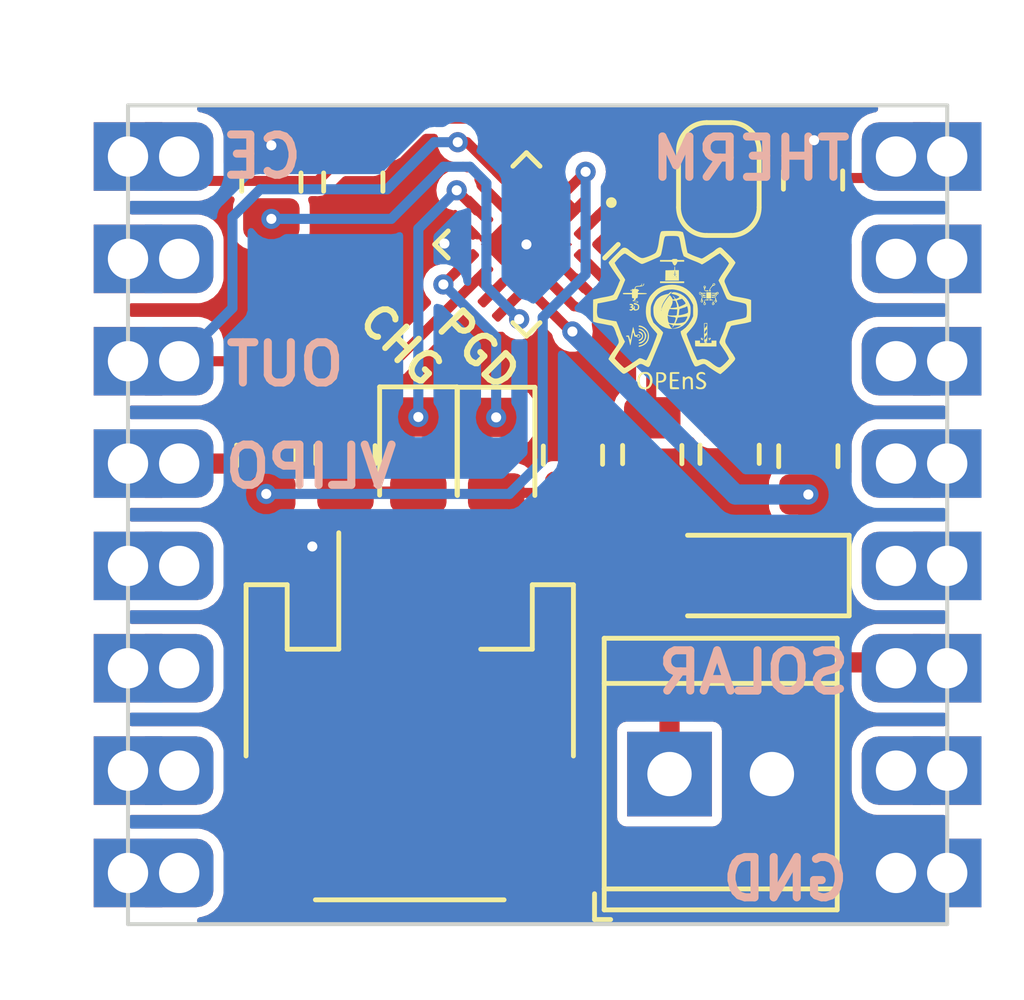
<source format=kicad_pcb>
(kicad_pcb (version 20221018) (generator pcbnew)
  (layers (0 "F.Cu" signal) (31 "B.Cu" signal) (34 "B.Paste" user) (35 "F.Paste" user) (36 "B.SilkS" user "B.Silkscreen") (37 "F.SilkS" user "F.Silkscreen") (38 "B.Mask" user) (39 "F.Mask" user) (44 "Edge.Cuts" user))
  (net 0 "")
  (net 1 "VBUS")
  (net 2 "GND")
  (net 3 "VLIPO")
  (net 4 "/SOLAR+")
  (net 5 "Net-(D2-K)")
  (net 6 "Net-(D2-A)")
  (net 7 "Net-(D3-K)")
  (net 8 "Net-(D3-A)")
  (net 9 "/THERM")
  (net 10 "BQ_OUT")
  (net 11 "/CE")
  (net 12 "Net-(JP1-B)")
  (net 13 "Net-(U1-ITERM)")
  (net 14 "Net-(U1-ILIM)")
  (net 15 "Net-(U1-ISET)")
  (footprint "KiCad Footprints:PCBWay_CastellatedHole" (layer "F.Cu") (at 139.7 68.58 -90)
    (fp_text reference "REF**" hide)
    (fp_text value "PCBWay_CastellatedHole" hide)
    (pad "1" thru_hole rect (at 0 0 270) (size 1.7 1.7) (drill 1) (layers "*.Cu" "*.Mask"))
    (pad "1" thru_hole roundrect (at 0 1.27 270) (size 1.7 1.7) (drill 1) (layers "*.Cu" "*.Mask") (chamfer_ratio 0) (chamfer top_left top_right))
  )
  (footprint "KiCad Footprints:PCBWay_CastellatedHole" (layer "F.Cu") (at 139.7 76.2 -90)
    (fp_text reference "REF**" hide)
    (fp_text value "PCBWay_CastellatedHole" hide)
    (pad "1" thru_hole rect (at 0 0 270) (size 1.7 1.7) (drill 1) (layers "*.Cu" "*.Mask"))
    (pad "1" thru_hole roundrect (at 0 1.27 270) (size 1.7 1.7) (drill 1) (layers "*.Cu" "*.Mask") (chamfer_ratio 0) (chamfer top_left top_right))
  )
  (footprint "KiCad Footprints:PCBWay_CastellatedHole" (layer "F.Cu") (at 119.38 78.74 90)
    (fp_text reference "REF**" hide)
    (fp_text value "PCBWay_CastellatedHole" hide)
    (pad "1" thru_hole rect (at 0 0 90) (size 1.7 1.7) (drill 1) (layers "*.Cu" "*.Mask"))
    (pad "1" thru_hole roundrect (at 0 1.27 90) (size 1.7 1.7) (drill 1) (layers "*.Cu" "*.Mask") (chamfer_ratio 0) (chamfer top_left top_right))
  )
  (footprint "KiCad Footprints:PCBWay_CastellatedHole" (layer "F.Cu") (at 119.38 76.2 90)
    (fp_text reference "REF**" hide)
    (fp_text value "PCBWay_CastellatedHole" hide)
    (pad "1" thru_hole rect (at 0 0 90) (size 1.7 1.7) (drill 1) (layers "*.Cu" "*.Mask"))
    (pad "1" thru_hole roundrect (at 0 1.27 90) (size 1.7 1.7) (drill 1) (layers "*.Cu" "*.Mask") (chamfer_ratio 0) (chamfer top_left top_right))
  )
  (footprint "Capacitor_SMD:C_0805_2012Metric" (layer "F.Cu") (at 122.809065 68.383653 90)
    (fp_text reference "C2" hide)
    (fp_text value "10uF")
    (pad "1" smd roundrect (at -0.95 0 90) (size 1 1.45) (layers "F.Cu" "F.Paste" "F.Mask") (net 3 "VLIPO"))
    (pad "2" smd roundrect (at 0.95 0 90) (size 1 1.45) (layers "F.Cu" "F.Paste" "F.Mask") (net 2 "GND"))
  )
  (footprint "KiCad Footprints:PCBWay_CastellatedHole" (layer "F.Cu") (at 139.7 78.74 -90)
    (fp_text reference "J6" hide)
    (fp_text value "GND")
    (pad "1" thru_hole rect (at 0 0 270) (size 1.7 1.7) (drill 1) (layers "*.Cu" "*.Mask") (net 2 "GND"))
    (pad "1" thru_hole roundrect (at 0 1.27 270) (size 1.7 1.7) (drill 1) (layers "*.Cu" "*.Mask") (chamfer_ratio 0) (chamfer top_left top_right) (net 2 "GND"))
  )
  (footprint "KiCad Footprints:PCBWay_CastellatedHole" (layer "F.Cu") (at 119.38 73.66 90)
    (fp_text reference "REF**" hide)
    (fp_text value "PCBWay_CastellatedHole" hide)
    (pad "1" thru_hole rect (at 0 0 90) (size 1.7 1.7) (drill 1) (layers "*.Cu" "*.Mask"))
    (pad "1" thru_hole roundrect (at 0 1.27 90) (size 1.7 1.7) (drill 1) (layers "*.Cu" "*.Mask") (chamfer_ratio 0) (chamfer top_left top_right))
  )
  (footprint "Connector_JST:JST_PH_S2B-PH-SM4-TB_1x02-1MP_P2.00mm_Horizontal" (layer "F.Cu") (at 126.368723 74.896633)
    (fp_text reference "J2" hide)
    (fp_text value "LIPO")
    (pad "1" smd roundrect (at -1 -2.85) (size 1 3.5) (layers "F.Cu" "F.Paste" "F.Mask") (net 3 "VLIPO"))
    (pad "2" smd roundrect (at 1 -2.85) (size 1 3.5) (layers "F.Cu" "F.Paste" "F.Mask") (net 2 "GND"))
    (pad "MP" smd roundrect (at -3.35 2.9) (size 1.5 3.4) (layers "F.Cu" "F.Paste" "F.Mask") (roundrect_rratio 0.1666673333))
    (pad "MP" smd roundrect (at 3.35 2.9) (size 1.5 3.4) (layers "F.Cu" "F.Paste" "F.Mask") (roundrect_rratio 0.1666673333))
  )
  (footprint "KiCad Footprints:PCBWay_CastellatedHole" (layer "F.Cu") (at 119.38 66.04 90)
    (fp_text reference "J7" hide)
    (fp_text value "BQ_OUT")
    (pad "1" thru_hole rect (at 0 0 90) (size 1.7 1.7) (drill 1) (layers "*.Cu" "*.Mask") (net 10 "BQ_OUT"))
    (pad "1" thru_hole roundrect (at 0 1.27 90) (size 1.7 1.7) (drill 1) (layers "*.Cu" "*.Mask") (chamfer_ratio 0) (chamfer top_left top_right) (net 10 "BQ_OUT"))
  )
  (footprint "Resistor_SMD:R_0805_2012Metric" (layer "F.Cu") (at 132.383939 68.356856 90)
    (fp_text reference "R4" hide)
    (fp_text value "10k")
    (pad "1" smd roundrect (at -0.9125 0 90) (size 1.025 1.4) (layers "F.Cu" "F.Paste" "F.Mask") (roundrect_rratio 0.243902439) (net 2 "GND"))
    (pad "2" smd roundrect (at 0.9125 0 90) (size 1.025 1.4) (layers "F.Cu" "F.Paste" "F.Mask") (roundrect_rratio 0.243902439) (net 13 "Net-(U1-ITERM)"))
  )
  (footprint "LED_SMD:LED_0805_2012Metric" (layer "F.Cu") (at 126.581534 68.362029 -90)
    (fp_text reference "D3" hide)
    (fp_text value "GREEN")
    (pad "1" smd roundrect (at -0.9375 0 270) (size 0.975 1.4) (layers "F.Cu" "F.Paste" "F.Mask") (net 7 "Net-(D3-K)"))
    (pad "2" smd roundrect (at 0.9375 0 270) (size 0.975 1.4) (layers "F.Cu" "F.Paste" "F.Mask") (net 8 "Net-(D3-A)"))
  )
  (footprint "KiCad Footprints:PCBWay_CastellatedHole" (layer "F.Cu") (at 139.7 66.04 -90)
    (fp_text reference "REF**" hide)
    (fp_text value "PCBWay_CastellatedHole" hide)
    (pad "1" thru_hole rect (at 0 0 270) (size 1.7 1.7) (drill 1) (layers "*.Cu" "*.Mask"))
    (pad "1" thru_hole roundrect (at 0 1.27 270) (size 1.7 1.7) (drill 1) (layers "*.Cu" "*.Mask") (chamfer_ratio 0) (chamfer top_left top_right))
  )
  (footprint "TerminalBlock_TE-Connectivity:TerminalBlock_TE_282834-2_1x02_P2.54mm_Horizontal" (layer "F.Cu") (at 132.81197 76.285747)
    (fp_text reference "J1" hide)
    (fp_text value "SOLAR")
    (pad "1" thru_hole rect (at 0 0) (size 2.1 2.1) (drill 1.1) (layers "*.Cu" "*.Mask") (net 4 "/SOLAR+"))
    (pad "2" thru_hole circle (at 2.54 0) (size 2.1 2.1) (drill 1.1) (layers "*.Cu" "*.Mask") (net 2 "GND"))
  )
  (footprint "Resistor_SMD:R_0805_2012Metric" (layer "F.Cu") (at 134.302159 68.350351 -90)
    (fp_text reference "R8" hide)
    (fp_text value "1k")
    (pad "1" smd roundrect (at -0.9125 0 270) (size 1.025 1.4) (layers "F.Cu" "F.Paste" "F.Mask") (roundrect_rratio 0.243902439) (net 15 "Net-(U1-ISET)"))
    (pad "2" smd roundrect (at 0.9125 0 270) (size 1.025 1.4) (layers "F.Cu" "F.Paste" "F.Mask") (roundrect_rratio 0.243902439) (net 2 "GND"))
  )
  (footprint "KiCad Footprints:PCBWay_CastellatedHole" (layer "F.Cu") (at 139.7 71.12 -90)
    (fp_text reference "REF**" hide)
    (fp_text value "PCBWay_CastellatedHole" hide)
    (pad "1" thru_hole rect (at 0 0 270) (size 1.7 1.7) (drill 1) (layers "*.Cu" "*.Mask"))
    (pad "1" thru_hole roundrect (at 0 1.27 270) (size 1.7 1.7) (drill 1) (layers "*.Cu" "*.Mask") (chamfer_ratio 0) (chamfer top_left top_right))
  )
  (footprint "Resistor_SMD:R_0805_2012Metric" (layer "F.Cu") (at 124.774476 68.362029 -90)
    (fp_text reference "R3" hide)
    (fp_text value "10k")
    (pad "1" smd roundrect (at -0.9125 0 270) (size 1.025 1.4) (layers "F.Cu" "F.Paste" "F.Mask") (roundrect_rratio 0.243902439) (net 2 "GND"))
    (pad "2" smd roundrect (at 0.9125 0 270) (size 1.025 1.4) (layers "F.Cu" "F.Paste" "F.Mask") (roundrect_rratio 0.243902439) (net 8 "Net-(D3-A)"))
  )
  (footprint "Resistor_SMD:R_0805_2012Metric" (layer "F.Cu") (at 130.416986 68.371153 -90)
    (fp_text reference "R2" hide)
    (fp_text value "10k")
    (pad "1" smd roundrect (at -0.9125 0 270) (size 1.025 1.4) (layers "F.Cu" "F.Paste" "F.Mask") (roundrect_rratio 0.243902439) (net 2 "GND"))
    (pad "2" smd roundrect (at 0.9125 0 270) (size 1.025 1.4) (layers "F.Cu" "F.Paste" "F.Mask") (roundrect_rratio 0.243902439) (net 6 "Net-(D2-A)"))
  )
  (footprint "KiCad Footprints:opens_logo_4mm" (layer "F.Cu") (at 132.871578 64.770642)
    (fp_text reference "G***" hide)
    (fp_text value "LOGO" hide)
  )
  (footprint "KiCad Footprints:PCBWay_CastellatedHole" (layer "F.Cu") (at 119.38 60.96 90)
    (fp_text reference "J14" hide)
    (fp_text value "CE")
    (pad "1" thru_hole rect (at 0 0 90) (size 1.7 1.7) (drill 1) (layers "*.Cu" "*.Mask") (net 11 "/CE"))
    (pad "1" thru_hole roundrect (at 0 1.27 90) (size 1.7 1.7) (drill 1) (layers "*.Cu" "*.Mask") (chamfer_ratio 0) (chamfer top_left top_right) (net 11 "/CE"))
  )
  (footprint "Capacitor_SMD:C_0805_2012Metric" (layer "F.Cu") (at 136.255278 68.397487 90)
    (fp_text reference "C1" hide)
    (fp_text value "10uF")
    (pad "1" smd roundrect (at -0.95 0 90) (size 1 1.45) (layers "F.Cu" "F.Paste" "F.Mask") (net 1 "VBUS"))
    (pad "2" smd roundrect (at 0.95 0 90) (size 1 1.45) (layers "F.Cu" "F.Paste" "F.Mask") (net 2 "GND"))
  )
  (footprint "LED_SMD:LED_0805_2012Metric" (layer "F.Cu") (at 128.511986 68.371153 -90)
    (fp_text reference "D2" hide)
    (fp_text value "RED")
    (pad "1" smd roundrect (at -0.9375 0 270) (size 0.975 1.4) (layers "F.Cu" "F.Paste" "F.Mask") (net 5 "Net-(D2-K)"))
    (pad "2" smd roundrect (at 0.9375 0 270) (size 0.975 1.4) (layers "F.Cu" "F.Paste" "F.Mask") (net 6 "Net-(D2-A)"))
  )
  (footprint "Diode_SMD:D_SOD-123" (layer "F.Cu") (at 134.909234 71.358777 180)
    (fp_text reference "D1" hide)
    (fp_text value "D_Small")
    (pad "1" smd roundrect (at -1.65 0 180) (size 0.9 1.2) (layers "F.Cu" "F.Paste" "F.Mask") (net 1 "VBUS"))
    (pad "2" smd roundrect (at 1.65 0 180) (size 0.9 1.2) (layers "F.Cu" "F.Paste" "F.Mask") (net 4 "/SOLAR+"))
  )
  (footprint "Package_DFN_QFN:VQFN-16-1EP_3x3mm_P0.5mm_EP1.6x1.6mm" (layer "F.Cu") (at 129.263204 63.141796 -135)
    (fp_text reference "U1" hide)
    (fp_text value "BQ24074RGT")
    (pad "1" smd roundrect (at -1.4375 -0.75 225) (size 0.875 0.25) (layers "F.Cu" "F.Paste" "F.Mask") (net 9 "/THERM"))
    (pad "2" smd roundrect (at -1.4375 -0.25 225) (size 0.875 0.25) (layers "F.Cu" "F.Paste" "F.Mask") (net 3 "VLIPO"))
    (pad "3" smd roundrect (at -1.4375 0.25 225) (size 0.875 0.25) (layers "F.Cu" "F.Paste" "F.Mask") (net 3 "VLIPO"))
    (pad "4" smd roundrect (at -1.4375 0.75 225) (size 0.875 0.25) (layers "F.Cu" "F.Paste" "F.Mask") (net 11 "/CE"))
    (pad "5" smd roundrect (at -0.75 1.4375 225) (size 0.25 0.875) (layers "F.Cu" "F.Paste" "F.Mask") (net 10 "BQ_OUT"))
    (pad "6" smd roundrect (at -0.25 1.4375 225) (size 0.25 0.875) (layers "F.Cu" "F.Paste" "F.Mask") (net 2 "GND"))
    (pad "7" smd roundrect (at 0.25 1.4375 225) (size 0.25 0.875) (layers "F.Cu" "F.Paste" "F.Mask") (net 7 "Net-(D3-K)"))
    (pad "8" smd roundrect (at 0.75 1.4375 225) (size 0.25 0.875) (layers "F.Cu" "F.Paste" "F.Mask") (net 2 "GND"))
    (pad "9" smd roundrect (at 1.4375 0.75 225) (size 0.875 0.25) (layers "F.Cu" "F.Paste" "F.Mask") (net 5 "Net-(D2-K)"))
    (pad "10" smd roundrect (at 1.4375 0.25 225) (size 0.875 0.25) (layers "F.Cu" "F.Paste" "F.Mask") (net 10 "BQ_OUT"))
    (pad "11" smd roundrect (at 1.4375 -0.25 225) (size 0.875 0.25) (layers "F.Cu" "F.Paste" "F.Mask") (net 10 "BQ_OUT"))
    (pad "12" smd roundrect (at 1.4375 -0.75 225) (size 0.875 0.25) (layers "F.Cu" "F.Paste" "F.Mask") (net 14 "Net-(U1-ILIM)"))
    (pad "13" smd roundrect (at 0.75 -1.4375 225) (size 0.25 0.875) (layers "F.Cu" "F.Paste" "F.Mask") (net 1 "VBUS"))
    (pad "14" smd roundrect (at 0.25 -1.4375 225) (size 0.25 0.875) (layers "F.Cu" "F.Paste" "F.Mask") (net 2 "GND"))
    (pad "15" smd roundrect (at -0.25 -1.4375 225) (size 0.25 0.875) (layers "F.Cu" "F.Paste" "F.Mask") (net 13 "Net-(U1-ITERM)"))
    (pad "16" smd roundrect (at -0.75 -1.4375 225) (size 0.25 0.875) (layers "F.Cu" "F.Paste" "F.Mask") (net 15 "Net-(U1-ISET)"))
    (pad "17" smd rect (at 0 0 225) (size 1.6 1.6) (layers "F.Cu" "F.Mask") (net 2 "GND"))
  )
  (footprint "KiCad Footprints:PCBWay_CastellatedHole" (layer "F.Cu") (at 139.7 73.66 -90)
    (fp_text reference "J3" hide)
    (fp_text value "SOLAR+")
    (pad "1" thru_hole rect (at 0 0 270) (size 1.7 1.7) (drill 1) (layers "*.Cu" "*.Mask") (net 4 "/SOLAR+"))
    (pad "1" thru_hole roundrect (at 0 1.27 270) (size 1.7 1.7) (drill 1) (layers "*.Cu" "*.Mask") (chamfer_ratio 0) (chamfer top_left top_right) (net 4 "/SOLAR+"))
  )
  (footprint "KiCad Footprints:PCBWay_CastellatedHole" (layer "F.Cu") (at 119.38 63.5 90)
    (fp_text reference "REF**" hide)
    (fp_text value "PCBWay_CastellatedHole" hide)
    (pad "1" thru_hole rect (at 0 0 90) (size 1.7 1.7) (drill 1) (layers "*.Cu" "*.Mask"))
    (pad "1" thru_hole roundrect (at 0 1.27 90) (size 1.7 1.7) (drill 1) (layers "*.Cu" "*.Mask") (chamfer_ratio 0) (chamfer top_left top_right))
  )
  (footprint "KiCad Footprints:PCBWay_CastellatedHole" (layer "F.Cu") (at 139.7 63.5 -90)
    (fp_text reference "REF**" hide)
    (fp_text value "PCBWay_CastellatedHole" hide)
    (pad "1" thru_hole rect (at 0 0 270) (size 1.7 1.7) (drill 1) (layers "*.Cu" "*.Mask"))
    (pad "1" thru_hole roundrect (at 0 1.27 270) (size 1.7 1.7) (drill 1) (layers "*.Cu" "*.Mask") (chamfer_ratio 0) (chamfer top_left top_right))
  )
  (footprint "KiCad Footprints:PCBWay_CastellatedHole" (layer "F.Cu") (at 119.38 68.58 90)
    (fp_text reference "J4" hide)
    (fp_text value "LIPO+")
    (pad "1" thru_hole rect (at 0 0 90) (size 1.7 1.7) (drill 1) (layers "*.Cu" "*.Mask") (net 3 "VLIPO"))
    (pad "1" thru_hole roundrect (at 0 1.27 90) (size 1.7 1.7) (drill 1) (layers "*.Cu" "*.Mask") (chamfer_ratio 0) (chamfer top_left top_right) (net 3 "VLIPO"))
  )
  (footprint "Jumper:SolderJumper-2_P1.3mm_Bridged_RoundedPad1.0x1.5mm" (layer "F.Cu") (at 134.0358 61.5188 -90)
    (fp_text reference "JP1" hide)
    (fp_text value "THERM")
    (fp_poly (pts (xy 0.25 -0.3) (xy -0.25 -0.3) (xy -0.25 0.3) (xy 0.25 0.3)) (fill solid) (layer "F.Cu"))
    (pad "1" smd custom (at -0.65 0 270) (size 1 0.5) (layers "F.Cu" "F.Mask") (net 9 "/THERM") (options (clearance outline) (anchor rect)) (primitives (gr_circle (center 0 0.25) (end 0.5 0.25) (width 0) (fill yes)) (gr_circle (center 0 -0.25) (end 0.5 -0.25) (width 0) (fill yes)) (gr_poly (pts (xy 0.5 0.75) (xy 0 0.75) (xy 0 -0.75) (xy 0.5 -0.75)) (width 0) (fill yes))))
    (pad "2" smd custom (at 0.65 0 270) (size 1 0.5) (layers "F.Cu" "F.Mask") (net 12 "Net-(JP1-B)") (options (clearance outline) (anchor rect)) (primitives (gr_circle (center 0 0.25) (end 0.5 0.25) (width 0) (fill yes)) (gr_circle (center 0 -0.25) (end 0.5 -0.25) (width 0) (fill yes)) (gr_poly (pts (xy 0 0.75) (xy -0.5 0.75) (xy -0.5 -0.75) (xy 0 -0.75)) (width 0) (fill yes))))
  )
  (footprint "Resistor_SMD:R_0805_2012Metric" (layer "F.Cu") (at 136.3726 61.5442 90)
    (fp_text reference "R1" hide)
    (fp_text value "10k")
    (pad "1" smd roundrect (at -0.9125 0 90) (size 1.025 1.4) (layers "F.Cu" "F.Paste" "F.Mask") (roundrect_rratio 0.243902439) (net 12 "Net-(JP1-B)"))
    (pad "2" smd roundrect (at 0.9125 0 90) (size 1.025 1.4) (layers "F.Cu" "F.Paste" "F.Mask") (roundrect_rratio 0.243902439) (net 2 "GND"))
  )
  (footprint "KiCad Footprints:PCBWay_CastellatedHole" (layer "F.Cu") (at 119.38 71.12 90)
    (fp_text reference "REF**" hide)
    (fp_text value "PCBWay_CastellatedHole" hide)
    (pad "1" thru_hole rect (at 0 0 90) (size 1.7 1.7) (drill 1) (layers "*.Cu" "*.Mask"))
    (pad "1" thru_hole roundrect (at 0 1.27 90) (size 1.7 1.7) (drill 1) (layers "*.Cu" "*.Mask") (chamfer_ratio 0) (chamfer top_left top_right))
  )
  (footprint "KiCad Footprints:PCBWay_CastellatedHole" (layer "F.Cu") (at 139.7 60.96 -90)
    (fp_text reference "J5" hide)
    (fp_text value "THERM")
    (pad "1" thru_hole rect (at 0 0 270) (size 1.7 1.7) (drill 1) (layers "*.Cu" "*.Mask") (net 9 "/THERM"))
    (pad "1" thru_hole roundrect (at 0 1.27 270) (size 1.7 1.7) (drill 1) (layers "*.Cu" "*.Mask") (chamfer_ratio 0) (chamfer top_left top_right) (net 9 "/THERM"))
  )
  (footprint "Resistor_SMD:R_0805_2012Metric" (layer "F.Cu") (at 124.968 61.595 90)
    (fp_text reference "R5" hide)
    (fp_text value "10k")
    (pad "1" smd roundrect (at -0.9125 0 90) (size 1.025 1.4) (layers "F.Cu" "F.Paste" "F.Mask") (roundrect_rratio 0.243902439) (net 2 "GND"))
    (pad "2" smd roundrect (at 0.9125 0 90) (size 1.025 1.4) (layers "F.Cu" "F.Paste" "F.Mask") (roundrect_rratio 0.243902439) (net 11 "/CE"))
  )
  (footprint "Resistor_SMD:R_0805_2012Metric" (layer "F.Cu") (at 122.936 61.595 -90)
    (fp_text reference "R6" hide)
    (fp_text value "1k")
    (pad "1" smd roundrect (at -0.9125 0 270) (size 1.025 1.4) (layers "F.Cu" "F.Paste" "F.Mask") (roundrect_rratio 0.243902439) (net 2 "GND"))
    (pad "2" smd roundrect (at 0.9125 0 270) (size 1.025 1.4) (layers "F.Cu" "F.Paste" "F.Mask") (roundrect_rratio 0.243902439) (net 14 "Net-(U1-ILIM)"))
  )
  (gr_circle (center 131.3688 62.103) (end 131.425882 62.112514) (stroke (width 0.15)) (fill solid) (layer "F.SilkS"))
  (gr_line (start 119.38 59.69) (end 139.7 59.69) (stroke (width 0.1)) (layer "Edge.Cuts"))
  (gr_line (start 119.38 59.69) (end 119.38 80.01) (stroke (width 0.1)) (layer "Edge.Cuts"))
  (gr_line (start 139.7 59.69) (end 139.7 80.01) (stroke (width 0.1)) (layer "Edge.Cuts"))
  (gr_line (start 119.38 80.01) (end 139.7 80.01) (stroke (width 0.1)) (layer "Edge.Cuts"))
  (gr_text "SOLAR" (at 137.3632 73.7616) (layer "B.SilkS") (effects (font (size 1 1) (thickness 0.2) bold) (justify left mirror)))
  (gr_text "CE" (at 121.6152 60.96) (layer "B.SilkS") (effects (font (size 1 1) (thickness 0.2) bold) (justify right mirror)))
  (gr_text "THERM" (at 137.3886 61.0108) (layer "B.SilkS") (effects (font (size 1 1) (thickness 0.2) bold) (justify left mirror)))
  (gr_text "VLIPO" (at 121.6914 68.6562) (layer "B.SilkS") (effects (font (size 1 1) (thickness 0.2) bold) (justify right mirror)))
  (gr_text "OUT" (at 121.7168 66.1162) (layer "B.SilkS") (effects (font (size 1 1) (thickness 0.2) bold) (justify right mirror)))
  (gr_text "GND" (at 137.3378 78.8924) (layer "B.SilkS") (effects (font (size 1 1) (thickness 0.2) bold) (justify left mirror)))
  (gr_text "CHG" (at 125.2728 64.7446 315) (layer "F.SilkS") (effects (font (size 0.75 0.75) (thickness 0.15) bold) (justify left)))
  (gr_text "PGD" (at 127.2032 64.8716 315) (layer "F.SilkS") (effects (font (size 0.75 0.75) (thickness 0.15) bold) (justify left)))
  (segment (start 136.255278 69.961278) (end 136.255278 69.347487) (width 0.5) (layer "F.Cu") (net 1))
  (segment (start 130.4036 65.3034) (end 130.364148 65.3034) (width 0.25) (layer "F.Cu") (net 1))
  (segment (start 136.559234 70.265234) (end 136.255278 69.961278) (width 0.5) (layer "F.Cu") (net 1))
  (segment (start 136.559234 71.358777) (end 136.559234 70.265234) (width 0.5) (layer "F.Cu") (net 1))
  (segment (start 130.364148 65.3034) (end 129.74934 64.688592) (width 0.25) (layer "F.Cu") (net 1))
  (via (at 130.4036 65.3034) (size 0.5) (drill 0.25) (layers "F.Cu" "B.Cu") (net 1))
  (via (at 136.255278 69.347487) (size 0.5) (drill 0.25) (layers "F.Cu" "B.Cu") (net 1))
  (segment (start 134.447687 69.347487) (end 130.4036 65.3034) (width 0.5) (layer "B.Cu") (net 1))
  (segment (start 136.255278 69.347487) (end 134.447687 69.347487) (width 0.5) (layer "B.Cu") (net 1))
  (via (at 123.952 70.6374) (size 0.5) (drill 0.25) (layers "F.Cu" "B.Cu") (net 2))
  (via (at 129.263204 63.141796) (size 0.5) (drill 0.25) (layers "F.Cu" "B.Cu") (net 2))
  (via (at 136.398 60.5555) (size 0.5) (drill 0.25) (layers "F.Cu" "B.Cu") (net 2))
  (via (at 122.936 60.6825) (size 0.5) (drill 0.25) (layers "F.Cu" "B.Cu") (net 2))
  (via (at 127.2286 63.119) (size 0.5) (drill 0.25) (layers "F.Cu" "B.Cu") (net 2))
  (segment (start 130.102893 61.948553) (end 130.120798 61.948553) (width 0.25) (layer "F.Cu") (net 3))
  (segment (start 122.809065 70.866065) (end 123.989633 72.046633) (width 0.5) (layer "F.Cu") (net 3))
  (segment (start 122.055412 68.58) (end 122.809065 69.333653) (width 0.5) (layer "F.Cu") (net 3))
  (segment (start 123.989633 72.046633) (end 125.368723 72.046633) (width 0.5) (layer "F.Cu") (net 3))
  (segment (start 130.102893 61.948553) (end 130.456447 62.302107) (width 0.25) (layer "F.Cu") (net 3))
  (segment (start 122.809065 69.333653) (end 122.809065 70.866065) (width 0.5) (layer "F.Cu") (net 3))
  (segment (start 130.120798 61.948553) (end 130.730759 61.338592) (width 0.25) (layer "F.Cu") (net 3))
  (segment (start 120.65 68.58) (end 122.055412 68.58) (width 0.5) (layer "F.Cu") (net 3))
  (via (at 122.809065 69.333653) (size 0.5) (drill 0.25) (layers "F.Cu" "B.Cu") (net 3))
  (via (at 130.730759 61.338592) (size 0.5) (drill 0.25) (layers "F.Cu" "B.Cu") (net 3))
  (segment (start 128.837147 69.333653) (end 122.809065 69.333653) (width 0.25) (layer "B.Cu") (net 3))
  (segment (start 129.667 64.9478) (end 129.667 68.5038) (width 0.25) (layer "B.Cu") (net 3))
  (segment (start 130.730759 63.884041) (end 129.667 64.9478) (width 0.25) (layer "B.Cu") (net 3))
  (segment (start 129.667 68.5038) (end 128.837147 69.333653) (width 0.25) (layer "B.Cu") (net 3))
  (segment (start 130.730759 61.338592) (end 130.730759 63.884041) (width 0.25) (layer "B.Cu") (net 3))
  (segment (start 133.259234 73.514282) (end 133.259234 71.358777) (width 0.5) (layer "F.Cu") (net 4))
  (segment (start 133.259234 73.514282) (end 138.284282 73.514282) (width 0.5) (layer "F.Cu") (net 4))
  (segment (start 132.81197 76.285747) (end 132.81197 73.961546) (width 0.5) (layer "F.Cu") (net 4))
  (segment (start 132.81197 73.961546) (end 133.259234 73.514282) (width 0.5) (layer "F.Cu") (net 4))
  (segment (start 138.284282 73.514282) (end 138.43 73.66) (width 0.5) (layer "F.Cu") (net 4))
  (segment (start 127.2032 64.135) (end 127.710268 63.627932) (width 0.25) (layer "F.Cu") (net 5))
  (segment (start 127.710268 63.627932) (end 127.716408 63.627932) (width 0.25) (layer "F.Cu") (net 5))
  (via (at 128.511986 67.433653) (size 0.5) (drill 0.25) (layers "F.Cu" "B.Cu") (net 5))
  (via (at 127.2032 64.135) (size 0.5) (drill 0.25) (layers "F.Cu" "B.Cu") (net 5))
  (segment (start 128.511986 65.443786) (end 127.2032 64.135) (width 0.25) (layer "B.Cu") (net 5))
  (segment (start 128.511986 67.433653) (end 128.511986 65.443786) (width 0.25) (layer "B.Cu") (net 5))
  (segment (start 128.511986 69.308653) (end 130.391986 69.308653) (width 0.25) (layer "F.Cu") (net 6))
  (segment (start 130.15 69.305288) (end 130.175 69.280288) (width 0.25) (layer "F.Cu") (net 6))
  (segment (start 128.037307 62.302107) (end 128.069961 62.302107) (width 0.25) (layer "F.Cu") (net 7))
  (segment (start 127.5334 61.7982) (end 128.037307 62.302107) (width 0.25) (layer "F.Cu") (net 7))
  (via (at 127.5334 61.7982) (size 0.5) (drill 0.25) (layers "F.Cu" "B.Cu") (net 7))
  (via (at 126.581534 67.424529) (size 0.5) (drill 0.25) (layers "F.Cu" "B.Cu") (net 7))
  (segment (start 126.581534 62.750066) (end 127.5334 61.7982) (width 0.25) (layer "B.Cu") (net 7))
  (segment (start 126.581534 67.424529) (end 126.581534 62.750066) (width 0.25) (layer "B.Cu") (net 7))
  (segment (start 126.314548 69.271164) (end 126.339548 69.296164) (width 0.25) (layer "F.Cu") (net 8))
  (segment (start 124.774476 69.274529) (end 126.556534 69.274529) (width 0.25) (layer "F.Cu") (net 8))
  (segment (start 130.81614 62.65566) (end 132.588 60.8838) (width 0.25) (layer "F.Cu") (net 9))
  (segment (start 130.81 62.65566) (end 130.81614 62.65566) (width 0.25) (layer "F.Cu") (net 9))
  (segment (start 132.588 60.8838) (end 134.0208 60.8838) (width 0.25) (layer "F.Cu") (net 9))
  (segment (start 135.382 61.4934) (end 137.8966 61.4934) (width 0.25) (layer "F.Cu") (net 9))
  (segment (start 134.0208 60.8838) (end 134.0358 60.8688) (width 0.25) (layer "F.Cu") (net 9))
  (segment (start 137.8966 61.4934) (end 138.43 60.96) (width 0.25) (layer "F.Cu") (net 9))
  (segment (start 134.7574 60.8688) (end 135.382 61.4934) (width 0.25) (layer "F.Cu") (net 9))
  (segment (start 134.0358 60.8688) (end 134.7574 60.8688) (width 0.25) (layer "F.Cu") (net 9))
  (segment (start 126.011446 66.04) (end 120.65 66.04) (width 0.25) (layer "F.Cu") (net 10))
  (segment (start 128.069961 63.981485) (end 126.011446 66.04) (width 0.25) (layer "F.Cu") (net 10))
  (segment (start 128.069961 63.981485) (end 128.423515 64.335039) (width 0.25) (layer "F.Cu") (net 10))
  (segment (start 127.786468 60.6044) (end 128.777068 61.595) (width 0.25) (layer "F.Cu") (net 10))
  (segment (start 127.5588 60.6044) (end 127.786468 60.6044) (width 0.25) (layer "F.Cu") (net 10))
  (via (at 127.5588 60.6044) (size 0.5) (drill 0.25) (layers "F.Cu" "B.Cu") (net 10))
  (segment (start 121.9708 62.4586) (end 122.6566 61.7728) (width 0.25) (layer "B.Cu") (net 10))
  (segment (start 126.9746 60.6044) (end 127.5588 60.6044) (width 0.25) (layer "B.Cu") (net 10))
  (segment (start 121.9708 64.7192) (end 121.9708 62.4586) (width 0.25) (layer "B.Cu") (net 10))
  (segment (start 125.8062 61.7728) (end 126.9746 60.6044) (width 0.25) (layer "B.Cu") (net 10))
  (segment (start 120.65 66.04) (end 121.9708 64.7192) (width 0.25) (layer "B.Cu") (net 10))
  (segment (start 122.6566 61.7728) (end 125.8062 61.7728) (width 0.25) (layer "B.Cu") (net 10))
  (segment (start 121.255094 61.565094) (end 120.65 60.96) (width 0.25) (layer "F.Cu") (net 11))
  (segment (start 124.968 60.6825) (end 125.9059 60.6825) (width 0.25) (layer "F.Cu") (net 11))
  (segment (start 128.17454 60.0202) (end 129.74934 61.595) (width 0.25) (layer "F.Cu") (net 11))
  (segment (start 124.968 60.6825) (end 124.085406 61.565094) (width 0.25) (layer "F.Cu") (net 11))
  (segment (start 125.9059 60.6825) (end 126.5682 60.0202) (width 0.25) (layer "F.Cu") (net 11))
  (segment (start 124.085406 61.565094) (end 121.255094 61.565094) (width 0.25) (layer "F.Cu") (net 11))
  (segment (start 126.5682 60.0202) (end 128.17454 60.0202) (width 0.25) (layer "F.Cu") (net 11))
  (segment (start 135.4309 62.4567) (end 135.143 62.1688) (width 0.25) (layer "F.Cu") (net 12))
  (segment (start 135.143 62.1688) (end 134.0358 62.1688) (width 0.25) (layer "F.Cu") (net 12))
  (segment (start 136.3726 62.4567) (end 135.4309 62.4567) (width 0.25) (layer "F.Cu") (net 12))
  (segment (start 136.1525 62.626) (end 136.398 62.3805) (width 0.25) (layer "F.Cu") (net 12))
  (segment (start 130.456447 63.981485) (end 130.478685 63.981485) (width 0.25) (layer "F.Cu") (net 13))
  (segment (start 132.3594 67.419817) (end 132.383939 67.444356) (width 0.25) (layer "F.Cu") (net 13))
  (segment (start 130.478685 63.981485) (end 132.3594 65.8622) (width 0.25) (layer "F.Cu") (net 13))
  (segment (start 132.3594 65.8622) (end 132.3594 67.419817) (width 0.25) (layer "F.Cu") (net 13))
  (segment (start 128.777068 64.688592) (end 128.777068 64.692868) (width 0.25) (layer "F.Cu") (net 14))
  (segment (start 128.777068 64.692868) (end 129.0828 64.9986) (width 0.25) (layer "F.Cu") (net 14))
  (via (at 122.936 62.5075) (size 0.5) (drill 0.25) (layers "F.Cu" "B.Cu") (net 14))
  (via (at 129.0828 64.9986) (size 0.5) (drill 0.25) (layers "F.Cu" "B.Cu") (net 14))
  (segment (start 122.936 62.5075) (end 125.9097 62.5075) (width 0.25) (layer "B.Cu") (net 14))
  (segment (start 127.8636 61.214) (end 128.27 61.6204) (width 0.25) (layer "B.Cu") (net 14))
  (segment (start 125.9097 62.5075) (end 127.2032 61.214) (width 0.25) (layer "B.Cu") (net 14))
  (segment (start 127.2032 61.214) (end 127.8636 61.214) (width 0.25) (layer "B.Cu") (net 14))
  (segment (start 128.27 64.1858) (end 129.0828 64.9986) (width 0.25) (layer "B.Cu") (net 14))
  (segment (start 128.27 61.6204) (end 128.27 64.1858) (width 0.25) (layer "B.Cu") (net 14))
  (segment (start 130.81 63.627932) (end 130.81 63.634126) (width 0.25) (layer "F.Cu") (net 15))
  (segment (start 130.81 63.634126) (end 134.302159 67.126285) (width 0.25) (layer "F.Cu") (net 15))
  (segment (start 134.302159 67.126285) (end 134.302159 67.437851) (width 0.25) (layer "F.Cu") (net 15))
  (zone (net 2) (net_name "GND") (layers "F&B.Cu") (connect_pads yes (clearance 0.25)) (min_thickness 0.175) (fill yes (thermal_gap 0.5) (thermal_bridge_width 0.5))
    (polygon (pts (xy 116.205 57.785) (xy 141.605 57.785) (xy 141.605 81.915) (xy 116.205 81.915)))
  )
)
</source>
